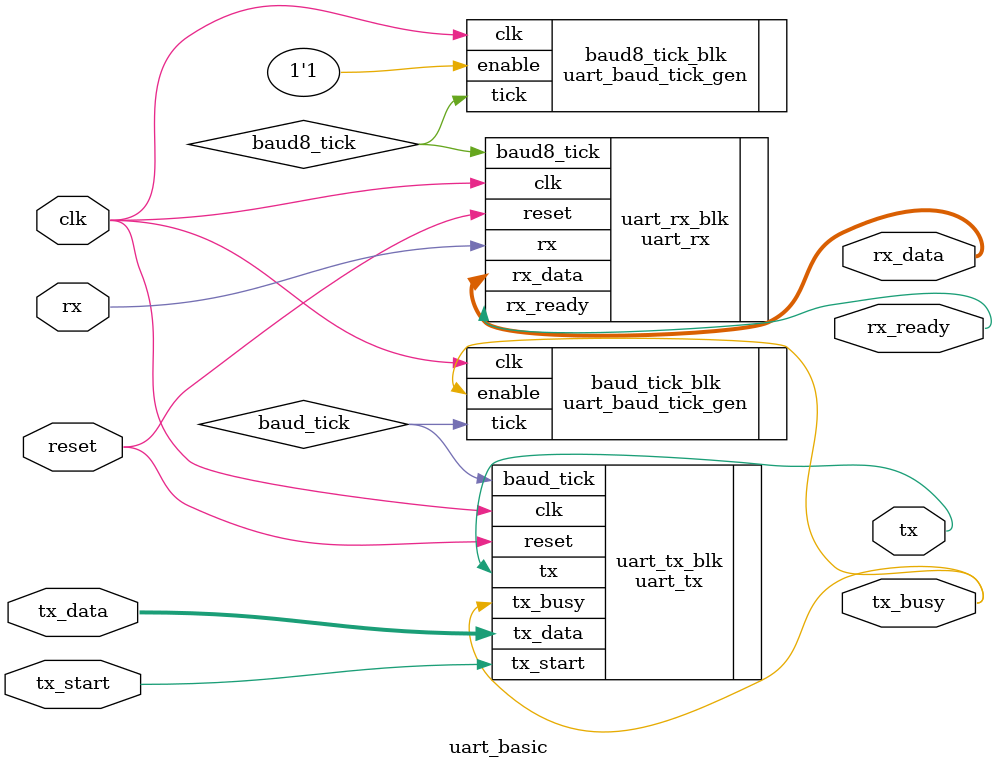
<source format=v>
/*
 * uart_basic.v
 * 2017/02/01 - Felipe Veas <felipe.veasv at usm.cl>
 *
 * Universal Asynchronous Receiver/Transmitter.
 */

`timescale 1ns / 1ps

module uart_basic
#(
	parameter CLK_FREQUENCY = 100000000,
	parameter BAUD_RATE = 115200
)(
	input clk,
	input reset,
	input rx,
	output [7:0] rx_data,
	output rx_ready,
	output tx,
	input tx_start,
	input [7:0] tx_data,
	output tx_busy
);

	wire baud8_tick;
	wire baud_tick;

	uart_baud_tick_gen #(
		.CLK_FREQUENCY(CLK_FREQUENCY),
		.BAUD_RATE(BAUD_RATE),
		.OVERSAMPLING(8)
	) baud8_tick_blk (
		.clk(clk),
		.enable(1'b1),
		.tick(baud8_tick)
	);

	uart_rx uart_rx_blk (
		.clk(clk),
		.reset(reset),
		.baud8_tick(baud8_tick),
		.rx(rx),
		.rx_data(rx_data),
		.rx_ready(rx_ready)
	);

	uart_baud_tick_gen #(
		.CLK_FREQUENCY(CLK_FREQUENCY),
		.BAUD_RATE(BAUD_RATE),
		.OVERSAMPLING(1)
	) baud_tick_blk (
		.clk(clk),
		.enable(tx_busy),
		.tick(baud_tick)
	);

	uart_tx uart_tx_blk (
		.clk(clk),
		.reset(reset),
		.baud_tick(baud_tick),
		.tx(tx),
		.tx_start(tx_start),
		.tx_data(tx_data),
		.tx_busy(tx_busy)
	);

endmodule

</source>
